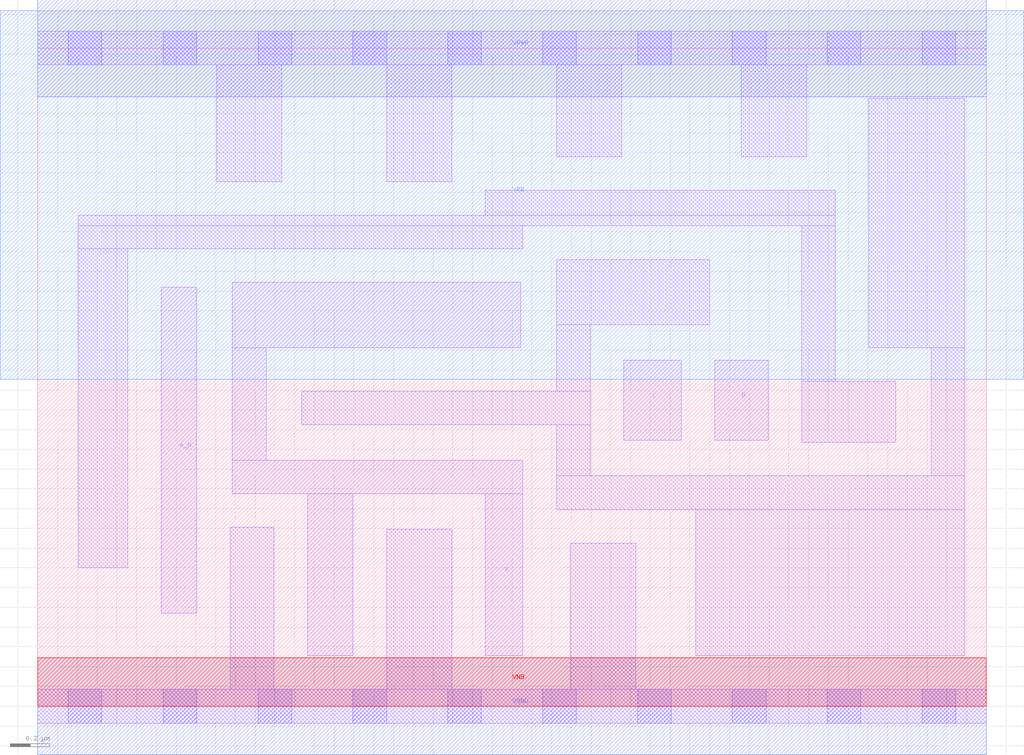
<source format=lef>
# Copyright 2020 The SkyWater PDK Authors
#
# Licensed under the Apache License, Version 2.0 (the "License");
# you may not use this file except in compliance with the License.
# You may obtain a copy of the License at
#
#     https://www.apache.org/licenses/LICENSE-2.0
#
# Unless required by applicable law or agreed to in writing, software
# distributed under the License is distributed on an "AS IS" BASIS,
# WITHOUT WARRANTIES OR CONDITIONS OF ANY KIND, either express or implied.
# See the License for the specific language governing permissions and
# limitations under the License.
#
# SPDX-License-Identifier: Apache-2.0

VERSION 5.7 ;
  NOWIREEXTENSIONATPIN ON ;
  DIVIDERCHAR "/" ;
  BUSBITCHARS "[]" ;
MACRO sky130_fd_sc_lp__and3b_4
  CLASS CORE ;
  FOREIGN sky130_fd_sc_lp__and3b_4 ;
  ORIGIN  0.000000  0.000000 ;
  SIZE  4.800000 BY  3.330000 ;
  SYMMETRY X Y R90 ;
  SITE unit ;
  PIN A_N
    ANTENNAGATEAREA  0.126000 ;
    DIRECTION INPUT ;
    USE SIGNAL ;
    PORT
      LAYER li1 ;
        RECT 0.625000 0.470000 0.805000 2.120000 ;
    END
  END A_N
  PIN B
    ANTENNAGATEAREA  0.315000 ;
    DIRECTION INPUT ;
    USE SIGNAL ;
    PORT
      LAYER li1 ;
        RECT 3.425000 1.345000 3.695000 1.750000 ;
    END
  END B
  PIN C
    ANTENNAGATEAREA  0.315000 ;
    DIRECTION INPUT ;
    USE SIGNAL ;
    PORT
      LAYER li1 ;
        RECT 2.965000 1.345000 3.255000 1.750000 ;
    END
  END C
  PIN X
    ANTENNADIFFAREA  1.176000 ;
    DIRECTION OUTPUT ;
    USE SIGNAL ;
    PORT
      LAYER li1 ;
        RECT 0.985000 1.075000 2.455000 1.245000 ;
        RECT 0.985000 1.245000 1.155000 1.815000 ;
        RECT 0.985000 1.815000 2.445000 2.145000 ;
        RECT 1.365000 0.255000 1.595000 1.075000 ;
        RECT 2.265000 0.255000 2.455000 1.075000 ;
    END
  END X
  PIN VGND
    DIRECTION INOUT ;
    USE GROUND ;
    PORT
      LAYER met1 ;
        RECT 0.000000 -0.245000 4.800000 0.245000 ;
    END
  END VGND
  PIN VNB
    DIRECTION INOUT ;
    USE GROUND ;
    PORT
      LAYER pwell ;
        RECT 0.000000 0.000000 4.800000 0.245000 ;
    END
  END VNB
  PIN VPB
    DIRECTION INOUT ;
    USE POWER ;
    PORT
      LAYER nwell ;
        RECT -0.190000 1.655000 4.990000 3.520000 ;
    END
  END VPB
  PIN VPWR
    DIRECTION INOUT ;
    USE POWER ;
    PORT
      LAYER met1 ;
        RECT 0.000000 3.085000 4.800000 3.575000 ;
    END
  END VPWR
  OBS
    LAYER li1 ;
      RECT 0.000000 -0.085000 4.800000 0.085000 ;
      RECT 0.000000  3.245000 4.800000 3.415000 ;
      RECT 0.205000  0.700000 0.455000 2.315000 ;
      RECT 0.205000  2.315000 2.455000 2.430000 ;
      RECT 0.205000  2.430000 4.035000 2.485000 ;
      RECT 0.905000  2.655000 1.235000 3.245000 ;
      RECT 0.975000  0.085000 1.195000 0.905000 ;
      RECT 1.335000  1.425000 2.795000 1.595000 ;
      RECT 1.765000  0.085000 2.095000 0.895000 ;
      RECT 1.765000  2.655000 2.095000 3.245000 ;
      RECT 2.265000  2.485000 4.035000 2.610000 ;
      RECT 2.625000  0.995000 4.690000 1.165000 ;
      RECT 2.625000  1.165000 2.795000 1.425000 ;
      RECT 2.625000  1.595000 2.795000 1.930000 ;
      RECT 2.625000  1.930000 3.400000 2.260000 ;
      RECT 2.625000  2.780000 2.955000 3.245000 ;
      RECT 2.695000  0.085000 3.025000 0.825000 ;
      RECT 3.330000  0.255000 4.690000 0.995000 ;
      RECT 3.560000  2.780000 3.890000 3.245000 ;
      RECT 3.865000  1.335000 4.340000 1.645000 ;
      RECT 3.865000  1.645000 4.035000 2.430000 ;
      RECT 4.205000  1.815000 4.690000 3.075000 ;
      RECT 4.520000  1.165000 4.690000 1.815000 ;
    LAYER mcon ;
      RECT 0.155000 -0.085000 0.325000 0.085000 ;
      RECT 0.155000  3.245000 0.325000 3.415000 ;
      RECT 0.635000 -0.085000 0.805000 0.085000 ;
      RECT 0.635000  3.245000 0.805000 3.415000 ;
      RECT 1.115000 -0.085000 1.285000 0.085000 ;
      RECT 1.115000  3.245000 1.285000 3.415000 ;
      RECT 1.595000 -0.085000 1.765000 0.085000 ;
      RECT 1.595000  3.245000 1.765000 3.415000 ;
      RECT 2.075000 -0.085000 2.245000 0.085000 ;
      RECT 2.075000  3.245000 2.245000 3.415000 ;
      RECT 2.555000 -0.085000 2.725000 0.085000 ;
      RECT 2.555000  3.245000 2.725000 3.415000 ;
      RECT 3.035000 -0.085000 3.205000 0.085000 ;
      RECT 3.035000  3.245000 3.205000 3.415000 ;
      RECT 3.515000 -0.085000 3.685000 0.085000 ;
      RECT 3.515000  3.245000 3.685000 3.415000 ;
      RECT 3.995000 -0.085000 4.165000 0.085000 ;
      RECT 3.995000  3.245000 4.165000 3.415000 ;
      RECT 4.475000 -0.085000 4.645000 0.085000 ;
      RECT 4.475000  3.245000 4.645000 3.415000 ;
  END
END sky130_fd_sc_lp__and3b_4
END LIBRARY

</source>
